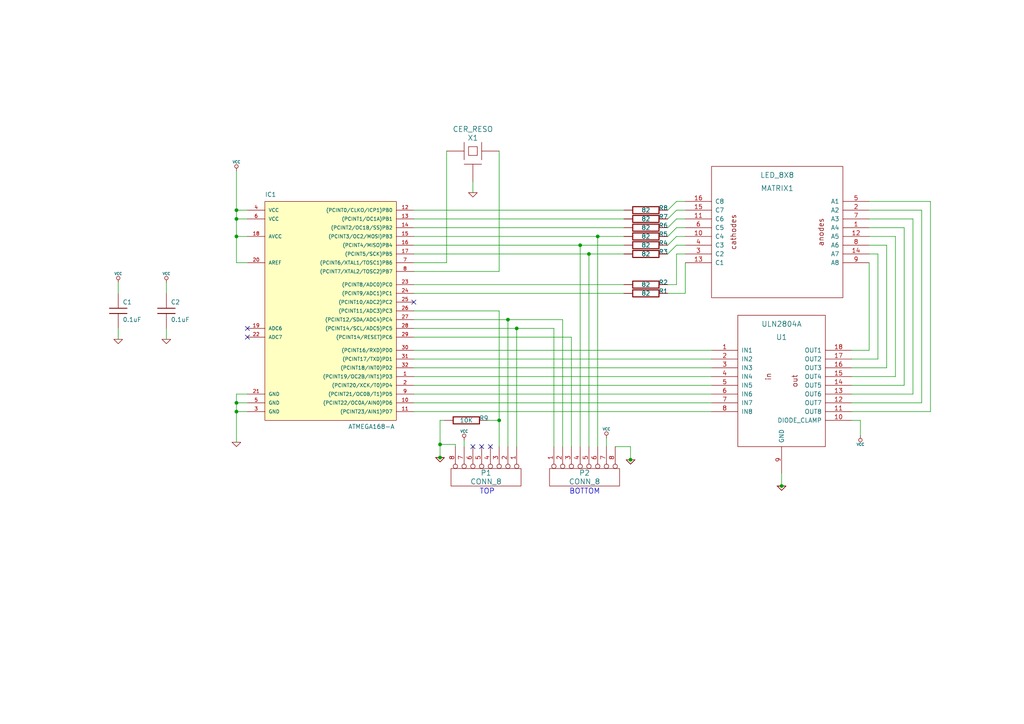
<source format=kicad_sch>
(kicad_sch (version 20211123) (generator eeschema)
  (paper "A4")
  (title_block (date "11 sep 2012"))
  (lib_symbols
    (symbol "panel_8x8_32mm:ATMEGA168-A" (pin_names (offset 1.016))
      (property "Reference" "IC" (at -17.78 31.75 0))
      (property "Value" "ATMEGA168-A" (at 6.35 -35.56 0))
      (symbol "ATMEGA168-A_0_1"
        (rectangle (start -17.78 30.48) (end 20.32 -33.02) (fill (type background)))
      )
      (symbol "ATMEGA168-A_1_1"
        (pin bidirectional line (at 25.4 -20.32 180) (length 5.08) (name "(PCINT19/OC2B/INT1)PD3") (number "1"))
        (pin bidirectional line (at 25.4 -27.94 180) (length 5.08) (name "(PCINT22/OC0A/AIN0)PD6") (number "10"))
        (pin bidirectional line (at 25.4 -30.48 180) (length 5.08) (name "(PCINT23/AIN1)PD7") (number "11"))
        (pin bidirectional line (at 25.4 27.94 180) (length 5.08) (name "(PCINT0/CLKO/ICP1)PB0") (number "12"))
        (pin bidirectional line (at 25.4 25.4 180) (length 5.08) (name "(PCINT1/OC1A)PB1") (number "13"))
        (pin bidirectional line (at 25.4 22.86 180) (length 5.08) (name "(PCINT2/OC1B/SS)PB2") (number "14"))
        (pin bidirectional line (at 25.4 20.32 180) (length 5.08) (name "(PCINT3/OC2/MOSI)PB3") (number "15"))
        (pin bidirectional line (at 25.4 17.78 180) (length 5.08) (name "(PCINT4/MISO)PB4") (number "16"))
        (pin bidirectional line (at 25.4 15.24 180) (length 5.08) (name "(PCINT5/SCK)PB5") (number "17"))
        (pin power_in line (at -22.86 20.32 0) (length 5.08) (name "AVCC") (number "18"))
        (pin input line (at -22.86 -6.35 0) (length 5.08) (name "ADC6") (number "19"))
        (pin bidirectional line (at 25.4 -22.86 180) (length 5.08) (name "(PCINT20/XCK/T0)PD4") (number "2"))
        (pin bidirectional line (at -22.86 12.7 0) (length 5.08) (name "AREF") (number "20"))
        (pin power_in line (at -22.86 -25.4 0) (length 5.08) (name "GND") (number "21"))
        (pin power_in line (at -22.86 -8.89 0) (length 5.08) (name "ADC7") (number "22"))
        (pin bidirectional line (at 25.4 6.35 180) (length 5.08) (name "(PCINT8/ADC0)PC0") (number "23"))
        (pin bidirectional line (at 25.4 3.81 180) (length 5.08) (name "(PCINT9/ADC1)PC1") (number "24"))
        (pin bidirectional line (at 25.4 1.27 180) (length 5.08) (name "(PCINT10/ADC2)PC2") (number "25"))
        (pin bidirectional line (at 25.4 -1.27 180) (length 5.08) (name "(PCINT11/ADC3)PC3") (number "26"))
        (pin bidirectional line (at 25.4 -3.81 180) (length 5.08) (name "(PCINT12/SDA/ADC4)PC4") (number "27"))
        (pin bidirectional line (at 25.4 -6.35 180) (length 5.08) (name "(PCINT14/SCL/ADC5)PC5") (number "28"))
        (pin bidirectional line (at 25.4 -8.89 180) (length 5.08) (name "(PCINT14/RESET)PC6") (number "29"))
        (pin bidirectional line (at -22.86 -30.48 0) (length 5.08) (name "GND") (number "3"))
        (pin bidirectional line (at 25.4 -12.7 180) (length 5.08) (name "(PCINT16/RXD)PD0") (number "30"))
        (pin bidirectional line (at 25.4 -15.24 180) (length 5.08) (name "(PCINT17/TXD)PD1") (number "31"))
        (pin bidirectional line (at 25.4 -17.78 180) (length 5.08) (name "(PCINT18/INT0)PD2") (number "32"))
        (pin bidirectional line (at -22.86 27.94 0) (length 5.08) (name "VCC") (number "4"))
        (pin power_in line (at -22.86 -27.94 0) (length 5.08) (name "GND") (number "5"))
        (pin power_in line (at -22.86 25.4 0) (length 5.08) (name "VCC") (number "6"))
        (pin bidirectional line (at 25.4 12.7 180) (length 5.08) (name "(PCINT6/XTAL1/TOSC1)PB6") (number "7"))
        (pin bidirectional line (at 25.4 10.16 180) (length 5.08) (name "(PCINT7/XTAL2/TOSC2)PB7") (number "8"))
        (pin bidirectional line (at 25.4 -25.4 180) (length 5.08) (name "(PCINT21/OC0B/T1)PD5") (number "9"))
      )
    )
    (symbol "panel_8x8_32mm:C" (pin_numbers hide) (pin_names (offset 0.254))
      (property "Reference" "C" (at 1.27 2.54 0))
      (property "Value" "C" (at 1.27 -2.54 0))
      (symbol "C_0_1"
        (polyline (pts (xy -2.54 -0.762) (xy 2.54 -0.762)) (stroke (width 0.254)))
        (polyline (pts (xy -2.54 0.762) (xy 2.54 0.762)) (stroke (width 0.254)))
      )
      (symbol "C_1_1"
        (pin passive line (at 0 5.08 270) (length 4.318) (name "~") (number "1"))
        (pin passive line (at 0 -5.08 90) (length 4.318) (name "~") (number "2"))
      )
    )
    (symbol "panel_8x8_32mm:CER_RESO" (pin_numbers hide) (pin_names (offset 1.016) hide)
      (property "Reference" "X" (at 0 3.81 0))
      (property "Value" "CER_RESO" (at 0 6.35 0))
      (symbol "CER_RESO_0_1"
        (polyline (pts (xy -2.54 2.54) (xy -2.54 -2.54)))
        (polyline (pts (xy 2.54 2.54) (xy 2.54 -2.54)))
        (polyline (pts (xy -2.54 -3.81) (xy 2.54 -3.81) (xy 2.54 -3.81)))
        (polyline (pts (xy -1.27 1.27) (xy 1.27 1.27) (xy 1.27 -1.27) (xy -1.27 -1.27) (xy -1.27 1.27)))
      )
      (symbol "CER_RESO_1_1"
        (pin passive line (at -7.62 0 0) (length 5.08) (name "1") (number "1"))
        (pin power_in line (at 0 -8.89 90) (length 5.08) (name "GND") (number "2"))
        (pin passive line (at 7.62 0 180) (length 5.08) (name "3") (number "3"))
      )
    )
    (symbol "panel_8x8_32mm:CONN_8" (pin_names (offset 1.016) hide)
      (property "Reference" "P" (at -1.27 0 90))
      (property "Value" "CONN_8" (at 1.27 0 90))
      (symbol "CONN_8_0_1"
        (rectangle (start -2.54 10.16) (end 2.54 -10.16))
      )
      (symbol "CONN_8_1_1"
        (pin passive inverted (at -8.89 8.89 0) (length 6.35) (name "P1") (number "1"))
        (pin passive inverted (at -8.89 6.35 0) (length 6.35) (name "P2") (number "2"))
        (pin passive inverted (at -8.89 3.81 0) (length 6.35) (name "P3") (number "3"))
        (pin passive inverted (at -8.89 1.27 0) (length 6.35) (name "P4") (number "4"))
        (pin passive inverted (at -8.89 -1.27 0) (length 6.35) (name "P5") (number "5"))
        (pin passive inverted (at -8.89 -3.81 0) (length 6.35) (name "P6") (number "6"))
        (pin passive inverted (at -8.89 -6.35 0) (length 6.35) (name "P7") (number "7"))
        (pin passive inverted (at -8.89 -8.89 0) (length 6.35) (name "P8") (number "8"))
      )
    )
    (symbol "panel_8x8_32mm:GND" (power) (pin_names (offset 0))
      (symbol "GND_0_1"
        (polyline (pts (xy -1.27 0) (xy 0 -1.27) (xy 1.27 0) (xy -1.27 0)))
      )
      (symbol "GND_1_1"
        (pin power_in line (at 0 0 90) (length 0) hide (name "GND") (number "1"))
      )
    )
    (symbol "panel_8x8_32mm:LED_8X8" (pin_names (offset 1.016))
      (property "Reference" "MATRIX" (at 0 12.7 0))
      (property "Value" "LED_8X8" (at 0 16.51 0))
      (symbol "LED_8X8_0_0"
        (text "cathodes" (at -12.7 0 900) (effects (font (size 1.524 1.524))))
      )
      (symbol "LED_8X8_0_1"
        (rectangle (start -19.05 -19.05) (end 19.05 19.05))
      )
      (symbol "LED_8X8_1_0"
        (text "anodes" (at 12.7 0 900) (effects (font (size 1.524 1.524))))
      )
      (symbol "LED_8X8_1_1"
        (pin input line (at 26.67 1.27 180) (length 7.62) (name "A4") (number "1"))
        (pin input line (at -26.67 -1.27 0) (length 7.62) (name "C4") (number "10"))
        (pin input line (at -26.67 3.81 0) (length 7.62) (name "C6") (number "11"))
        (pin input line (at 26.67 -1.27 180) (length 7.62) (name "A5") (number "12"))
        (pin input line (at -26.67 -8.89 0) (length 7.62) (name "C1") (number "13"))
        (pin input line (at 26.67 -6.35 180) (length 7.62) (name "A7") (number "14"))
        (pin input line (at -26.67 6.35 0) (length 7.62) (name "C7") (number "15"))
        (pin input line (at -26.67 8.89 0) (length 7.62) (name "C8") (number "16"))
        (pin input line (at 26.67 6.35 180) (length 7.62) (name "A2") (number "2"))
        (pin input line (at -26.67 -6.35 0) (length 7.62) (name "C2") (number "3"))
        (pin input line (at -26.67 -3.81 0) (length 7.62) (name "C3") (number "4"))
        (pin input line (at 26.67 8.89 180) (length 7.62) (name "A1") (number "5"))
        (pin input line (at -26.67 1.27 0) (length 7.62) (name "C5") (number "6"))
        (pin input line (at 26.67 3.81 180) (length 7.62) (name "A3") (number "7"))
        (pin input line (at 26.67 -3.81 180) (length 7.62) (name "A6") (number "8"))
        (pin input line (at 26.67 -8.89 180) (length 7.62) (name "A8") (number "9"))
      )
    )
    (symbol "panel_8x8_32mm:R" (pin_numbers hide) (pin_names (offset 0))
      (property "Reference" "R" (at 2.032 0 90))
      (property "Value" "R" (at 0 0 90))
      (symbol "R_0_1"
        (rectangle (start -1.016 3.81) (end 1.016 -3.81) (stroke (width 0.3048)))
      )
      (symbol "R_1_1"
        (pin passive line (at 0 6.35 270) (length 2.54) (name "~") (number "1"))
        (pin passive line (at 0 -6.35 90) (length 2.54) (name "~") (number "2"))
      )
    )
    (symbol "panel_8x8_32mm:ULN2804A" (pin_names (offset 1.016))
      (property "Reference" "U" (at 0 12.7 0))
      (property "Value" "ULN2804A" (at 0 16.51 0))
      (symbol "ULN2804A_0_0"
        (text "in" (at -3.81 1.27 900) (effects (font (size 1.524 1.524))))
      )
      (symbol "ULN2804A_1_0"
        (rectangle (start 12.7 19.05) (end -12.7 -19.05))
        (text "out" (at 3.81 0 900) (effects (font (size 1.524 1.524))))
      )
      (symbol "ULN2804A_1_1"
        (pin input line (at -20.32 8.89 0) (length 7.62) (name "IN1") (number "1"))
        (pin input line (at 20.32 -11.43 180) (length 7.62) (name "DIODE_CLAMP") (number "10"))
        (pin input line (at 20.32 -8.89 180) (length 7.62) (name "OUT8") (number "11"))
        (pin input line (at 20.32 -6.35 180) (length 7.62) (name "OUT7") (number "12"))
        (pin input line (at 20.32 -3.81 180) (length 7.62) (name "OUT6") (number "13"))
        (pin input line (at 20.32 -1.27 180) (length 7.62) (name "OUT5") (number "14"))
        (pin input line (at 20.32 1.27 180) (length 7.62) (name "OUT4") (number "15"))
        (pin input line (at 20.32 3.81 180) (length 7.62) (name "OUT3") (number "16"))
        (pin input line (at 20.32 6.35 180) (length 7.62) (name "OUT2") (number "17"))
        (pin input line (at 20.32 8.89 180) (length 7.62) (name "OUT1") (number "18"))
        (pin input line (at -20.32 6.35 0) (length 7.62) (name "IN2") (number "2"))
        (pin input line (at -20.32 3.81 0) (length 7.62) (name "IN3") (number "3"))
        (pin input line (at -20.32 1.27 0) (length 7.62) (name "IN4") (number "4"))
        (pin input line (at -20.32 -1.27 0) (length 7.62) (name "IN5") (number "5"))
        (pin input line (at -20.32 -3.81 0) (length 7.62) (name "IN6") (number "6"))
        (pin input line (at -20.32 -6.35 0) (length 7.62) (name "IN7") (number "7"))
        (pin input line (at -20.32 -8.89 0) (length 7.62) (name "IN8") (number "8"))
        (pin input line (at 0 -26.67 90) (length 7.62) (name "GND") (number "9"))
      )
    )
    (symbol "panel_8x8_32mm:VCC" (power) (pin_names (offset 0))
      (property "Value" "VCC" (at 0 2.54 0))
      (symbol "VCC_0_0"
        (pin power_in line (at 0 0 90) (length 0) hide (name "VCC") (number "1"))
      )
      (symbol "VCC_0_1"
        (polyline (pts (xy 0 0) (xy 0 0.762) (xy 0 0.762)))
        (circle (center 0 1.27) (radius 0.508))
      )
    )
  )
  (junction (at 68.58 60.96))
  (junction (at 147.32 92.71))
  (junction (at 127.635 132.715))
  (junction (at 68.58 119.38))
  (junction (at 144.78 121.92))
  (junction (at 226.695 140.97))
  (junction (at 68.58 116.84))
  (junction (at 170.815 73.66))
  (junction (at 68.58 68.58))
  (junction (at 168.275 71.12))
  (junction (at 173.355 68.58))
  (junction (at 182.88 133.35))
  (junction (at 68.58 63.5))
  (junction (at 127.635 128.905))
  (junction (at 149.86 95.25))
  (no_connect (at 142.24 129.54))
  (no_connect (at 120.015 87.63))
  (no_connect (at 139.7 129.54))
  (no_connect (at 71.755 97.79))
  (no_connect (at 71.755 95.25))
  (no_connect (at 137.16 129.54))
  (wire (pts (xy 120.015 111.76) (xy 206.375 111.76)))
  (wire (pts (xy 249.555 121.92) (xy 249.555 126.365)))
  (wire (pts (xy 165.735 97.79) (xy 165.735 129.54)))
  (wire (pts (xy 196.215 63.5) (xy 193.675 66.04)))
  (wire (pts (xy 120.015 90.17) (xy 144.78 90.17)))
  (wire (pts (xy 180.975 85.09) (xy 120.015 85.09)))
  (wire (pts (xy 173.355 129.54) (xy 173.355 68.58)))
  (wire (pts (xy 193.675 68.58) (xy 196.215 66.04)))
  (wire (pts (xy 196.215 60.96) (xy 198.755 60.96)))
  (wire (pts (xy 198.755 73.66) (xy 196.215 73.66)))
  (wire (pts (xy 206.375 116.84) (xy 120.015 116.84)))
  (wire (pts (xy 163.195 129.54) (xy 163.195 92.71)))
  (wire (pts (xy 120.015 78.74) (xy 144.78 78.74)))
  (wire (pts (xy 68.58 63.5) (xy 68.58 68.58)))
  (wire (pts (xy 68.58 114.3) (xy 68.58 116.84)))
  (wire (pts (xy 259.715 68.58) (xy 259.715 109.22)))
  (wire (pts (xy 264.795 63.5) (xy 264.795 114.3)))
  (wire (pts (xy 129.54 43.815) (xy 129.54 76.2)))
  (wire (pts (xy 262.255 111.76) (xy 247.015 111.76)))
  (wire (pts (xy 149.86 129.54) (xy 149.86 95.25)))
  (wire (pts (xy 120.015 66.04) (xy 180.975 66.04)))
  (wire (pts (xy 170.815 129.54) (xy 170.815 73.66)))
  (wire (pts (xy 196.215 66.04) (xy 198.755 66.04)))
  (wire (pts (xy 68.58 116.84) (xy 68.58 119.38)))
  (wire (pts (xy 198.755 68.58) (xy 196.215 68.58)))
  (wire (pts (xy 132.08 128.905) (xy 132.08 129.54)))
  (wire (pts (xy 48.26 81.915) (xy 48.26 85.09)))
  (wire (pts (xy 180.975 63.5) (xy 120.015 63.5)))
  (wire (pts (xy 120.015 68.58) (xy 173.355 68.58)))
  (wire (pts (xy 262.255 66.04) (xy 262.255 111.76)))
  (wire (pts (xy 120.015 73.66) (xy 170.815 73.66)))
  (wire (pts (xy 257.175 71.12) (xy 257.175 106.68)))
  (wire (pts (xy 34.29 95.25) (xy 34.29 98.425)))
  (wire (pts (xy 141.605 121.92) (xy 144.78 121.92)))
  (wire (pts (xy 129.54 76.2) (xy 120.015 76.2)))
  (wire (pts (xy 196.215 82.55) (xy 196.215 73.66)))
  (wire (pts (xy 68.58 49.53) (xy 68.58 60.96)))
  (wire (pts (xy 120.015 104.14) (xy 206.375 104.14)))
  (wire (pts (xy 262.255 66.04) (xy 252.095 66.04)))
  (wire (pts (xy 252.095 68.58) (xy 259.715 68.58)))
  (wire (pts (xy 196.215 58.42) (xy 193.675 60.96)))
  (wire (pts (xy 127.635 132.715) (xy 127.635 128.905)))
  (wire (pts (xy 168.275 129.54) (xy 168.275 71.12)))
  (wire (pts (xy 120.015 119.38) (xy 206.375 119.38)))
  (wire (pts (xy 226.695 140.97) (xy 226.695 137.16)))
  (wire (pts (xy 193.675 82.55) (xy 196.215 82.55)))
  (wire (pts (xy 252.095 63.5) (xy 264.795 63.5)))
  (wire (pts (xy 247.015 109.22) (xy 259.715 109.22)))
  (wire (pts (xy 247.015 114.3) (xy 264.795 114.3)))
  (wire (pts (xy 48.26 95.25) (xy 48.26 98.425)))
  (wire (pts (xy 252.095 58.42) (xy 269.875 58.42)))
  (wire (pts (xy 120.015 109.22) (xy 206.375 109.22)))
  (wire (pts (xy 175.895 129.54) (xy 175.895 127)))
  (wire (pts (xy 178.435 129.54) (xy 182.88 129.54)))
  (wire (pts (xy 198.755 58.42) (xy 196.215 58.42)))
  (wire (pts (xy 144.78 78.74) (xy 144.78 43.815)))
  (wire (pts (xy 160.655 95.25) (xy 160.655 129.54)))
  (wire (pts (xy 71.755 116.84) (xy 68.58 116.84)))
  (wire (pts (xy 267.335 60.96) (xy 252.095 60.96)))
  (wire (pts (xy 269.875 58.42) (xy 269.875 119.38)))
  (wire (pts (xy 267.335 116.84) (xy 247.015 116.84)))
  (wire (pts (xy 170.815 73.66) (xy 180.975 73.66)))
  (wire (pts (xy 163.195 92.71) (xy 147.32 92.71)))
  (wire (pts (xy 196.215 71.12) (xy 193.675 73.66)))
  (wire (pts (xy 144.78 121.92) (xy 144.78 129.54)))
  (wire (pts (xy 198.755 71.12) (xy 196.215 71.12)))
  (wire (pts (xy 120.015 101.6) (xy 206.375 101.6)))
  (wire (pts (xy 252.095 73.66) (xy 254.635 73.66)))
  (wire (pts (xy 120.015 97.79) (xy 165.735 97.79)))
  (wire (pts (xy 257.175 106.68) (xy 247.015 106.68)))
  (wire (pts (xy 196.215 68.58) (xy 193.675 71.12)))
  (wire (pts (xy 252.095 101.6) (xy 247.015 101.6)))
  (wire (pts (xy 254.635 73.66) (xy 254.635 104.14)))
  (wire (pts (xy 71.755 63.5) (xy 68.58 63.5)))
  (wire (pts (xy 247.015 104.14) (xy 254.635 104.14)))
  (wire (pts (xy 71.755 68.58) (xy 68.58 68.58)))
  (wire (pts (xy 134.62 127.635) (xy 134.62 129.54)))
  (wire (pts (xy 137.16 52.705) (xy 137.16 55.88)))
  (wire (pts (xy 120.015 95.25) (xy 149.86 95.25)))
  (wire (pts (xy 198.755 63.5) (xy 196.215 63.5)))
  (wire (pts (xy 68.58 60.96) (xy 68.58 63.5)))
  (wire (pts (xy 120.015 114.3) (xy 206.375 114.3)))
  (wire (pts (xy 34.29 81.915) (xy 34.29 85.09)))
  (wire (pts (xy 144.78 90.17) (xy 144.78 121.92)))
  (wire (pts (xy 198.755 85.09) (xy 193.675 85.09)))
  (wire (pts (xy 180.975 71.12) (xy 168.275 71.12)))
  (wire (pts (xy 149.86 95.25) (xy 160.655 95.25)))
  (wire (pts (xy 68.58 119.38) (xy 68.58 128.27)))
  (wire (pts (xy 120.015 106.68) (xy 206.375 106.68)))
  (wire (pts (xy 127.635 128.905) (xy 132.08 128.905)))
  (wire (pts (xy 247.015 119.38) (xy 269.875 119.38)))
  (wire (pts (xy 247.015 121.92) (xy 249.555 121.92)))
  (wire (pts (xy 68.58 68.58) (xy 68.58 76.2)))
  (wire (pts (xy 68.58 60.96) (xy 71.755 60.96)))
  (wire (pts (xy 71.755 119.38) (xy 68.58 119.38)))
  (wire (pts (xy 182.88 129.54) (xy 182.88 133.35)))
  (wire (pts (xy 257.175 71.12) (xy 252.095 71.12)))
  (wire (pts (xy 127.635 121.92) (xy 128.905 121.92)))
  (wire (pts (xy 193.675 63.5) (xy 196.215 60.96)))
  (wire (pts (xy 71.755 114.3) (xy 68.58 114.3)))
  (wire (pts (xy 252.095 76.2) (xy 252.095 101.6)))
  (wire (pts (xy 198.755 76.2) (xy 198.755 85.09)))
  (wire (pts (xy 173.355 68.58) (xy 180.975 68.58)))
  (wire (pts (xy 168.275 71.12) (xy 120.015 71.12)))
  (wire (pts (xy 120.015 60.96) (xy 180.975 60.96)))
  (wire (pts (xy 147.32 92.71) (xy 120.015 92.71)))
  (wire (pts (xy 267.335 60.96) (xy 267.335 116.84)))
  (wire (pts (xy 147.32 129.54) (xy 147.32 92.71)))
  (wire (pts (xy 68.58 76.2) (xy 71.755 76.2)))
  (wire (pts (xy 127.635 128.905) (xy 127.635 121.92)))
  (wire (pts (xy 120.015 82.55) (xy 180.975 82.55)))
  (text "TOP" (at 139.065 143.51 0) (effects (font (size 1.524 1.524)) (justify left bottom)))
  (text "BOTTOM" (at 165.1 143.51 0) (effects (font (size 1.524 1.524)) (justify left bottom)))
  (symbol (lib_id "panel_8x8_32mm:ATMEGA168-A") (at 94.615 88.9 0) (unit 1)
    (property "Reference" "IC1" (at 76.835 57.15 0) (effects (justify left bottom)))
    (property "Value" "ATMEGA168-A" (at 100.965 124.46 0) (effects (justify left bottom)))
    (property "Footprint" "TQFP32" (effects hide))
  )
  (symbol (lib_id "panel_8x8_32mm:VCC") (at 68.58 49.53 0) (unit 1)
    (property "Reference" "#PWR016" (effects hide))
    (property "Value" "VCC" (at 68.58 46.99 0) (effects (font (size 0.762 0.762))))
  )
  (symbol (lib_id "panel_8x8_32mm:GND") (at 68.58 128.27 0) (unit 1)
    (property "Reference" "#PWR015" (effects hide))
    (property "Value" "GND" (effects hide))
  )
  (symbol (lib_id "panel_8x8_32mm:LED_8X8") (at 225.425 67.31 0) (unit 1)
    (property "Reference" "MATRIX1" (at 225.425 54.61 0) (effects (font (size 1.524 1.524))))
    (property "Value" "LED_8X8" (at 225.425 50.8 0) (effects (font (size 1.524 1.524))))
  )
  (symbol (lib_id "panel_8x8_32mm:R") (at 187.325 60.96 270) (unit 1)
    (property "Reference" "R8" (at 192.405 60.325 90))
    (property "Value" "82" (at 187.325 60.96 90))
  )
  (symbol (lib_id "panel_8x8_32mm:R") (at 187.325 63.5 270) (unit 1)
    (property "Reference" "R7" (at 192.405 62.865 90))
    (property "Value" "82" (at 187.325 63.5 90))
  )
  (symbol (lib_id "panel_8x8_32mm:R") (at 187.325 68.58 270) (unit 1)
    (property "Reference" "R5" (at 192.405 67.945 90))
    (property "Value" "82" (at 187.325 68.58 90))
  )
  (symbol (lib_id "panel_8x8_32mm:R") (at 187.325 66.04 270) (unit 1)
    (property "Reference" "R6" (at 192.405 65.405 90))
    (property "Value" "82" (at 187.325 66.04 90))
  )
  (symbol (lib_id "panel_8x8_32mm:R") (at 187.325 71.12 270) (unit 1)
    (property "Reference" "R4" (at 192.405 70.485 90))
    (property "Value" "82" (at 187.325 71.12 90))
  )
  (symbol (lib_id "panel_8x8_32mm:R") (at 187.325 73.66 270) (unit 1)
    (property "Reference" "R3" (at 192.405 73.025 90))
    (property "Value" "82" (at 187.325 73.66 90))
  )
  (symbol (lib_id "panel_8x8_32mm:ULN2804A") (at 226.695 110.49 0) (unit 1)
    (property "Reference" "U1" (at 226.695 97.79 0) (effects (font (size 1.524 1.524))))
    (property "Value" "ULN2804A" (at 226.695 93.98 0) (effects (font (size 1.524 1.524))))
  )
  (symbol (lib_id "panel_8x8_32mm:VCC") (at 249.555 126.365 180) (unit 1)
    (property "Reference" "#PWR014" (effects hide))
    (property "Value" "VCC" (at 249.555 128.905 0) (effects (font (size 0.762 0.762))))
  )
  (symbol (lib_id "panel_8x8_32mm:GND") (at 226.695 140.97 0) (unit 1)
    (property "Reference" "#PWR013" (effects hide))
    (property "Value" "GND" (effects hide))
  )
  (symbol (lib_id "panel_8x8_32mm:R") (at 187.325 85.09 270) (unit 1)
    (property "Reference" "R1" (at 192.405 84.455 90))
    (property "Value" "82" (at 187.325 85.09 90))
  )
  (symbol (lib_id "panel_8x8_32mm:R") (at 187.325 82.55 270) (unit 1)
    (property "Reference" "R2" (at 192.405 81.915 90))
    (property "Value" "82" (at 187.325 82.55 90))
  )
  (symbol (lib_id "panel_8x8_32mm:CONN_8") (at 140.97 138.43 270) (unit 1)
    (property "Reference" "P1" (at 140.97 137.16 90) (effects (font (size 1.524 1.524))))
    (property "Value" "CONN_8" (at 140.97 139.7 90) (effects (font (size 1.524 1.524))))
  )
  (symbol (lib_id "panel_8x8_32mm:VCC") (at 134.62 127.635 0) (unit 1)
    (property "Reference" "#PWR012" (effects hide))
    (property "Value" "VCC" (at 134.62 125.095 0) (effects (font (size 0.762 0.762))))
  )
  (symbol (lib_id "panel_8x8_32mm:GND") (at 226.695 140.97 0) (unit 1)
    (property "Reference" "#PWR011" (effects hide))
    (property "Value" "GND" (effects hide))
  )
  (symbol (lib_id "panel_8x8_32mm:GND") (at 127.635 132.715 0) (unit 1)
    (property "Reference" "#PWR010" (effects hide))
    (property "Value" "GND" (effects hide))
  )
  (symbol (lib_id "panel_8x8_32mm:GND") (at 127.635 132.715 0) (unit 1)
    (property "Reference" "#PWR09" (effects hide))
    (property "Value" "GND" (effects hide))
  )
  (symbol (lib_id "panel_8x8_32mm:GND") (at 182.88 133.35 0) (mirror y) (unit 1)
    (property "Reference" "#PWR08" (effects hide))
    (property "Value" "GND" (effects hide))
  )
  (symbol (lib_id "panel_8x8_32mm:GND") (at 182.88 133.35 0) (mirror y) (unit 1)
    (property "Reference" "#PWR07" (effects hide))
    (property "Value" "GND" (effects hide))
  )
  (symbol (lib_id "panel_8x8_32mm:VCC") (at 175.895 127 0) (mirror y) (unit 1)
    (property "Reference" "#PWR06" (effects hide))
    (property "Value" "VCC" (at 175.895 124.46 0) (effects (font (size 0.762 0.762))))
  )
  (symbol (lib_id "panel_8x8_32mm:CONN_8") (at 169.545 138.43 90) (mirror x) (unit 1)
    (property "Reference" "P2" (at 169.545 137.16 90) (effects (font (size 1.524 1.524))))
    (property "Value" "CONN_8" (at 169.545 139.7 90) (effects (font (size 1.524 1.524))))
  )
  (symbol (lib_id "panel_8x8_32mm:R") (at 135.255 121.92 270) (unit 1)
    (property "Reference" "R9" (at 140.335 121.285 90))
    (property "Value" "10K" (at 135.255 121.92 90))
  )
  (symbol (lib_id "panel_8x8_32mm:VCC") (at 34.29 81.915 0) (unit 1)
    (property "Reference" "#PWR05" (effects hide))
    (property "Value" "VCC" (at 34.29 79.375 0) (effects (font (size 0.762 0.762))))
  )
  (symbol (lib_id "panel_8x8_32mm:GND") (at 34.29 98.425 0) (unit 1)
    (property "Reference" "#PWR04" (effects hide))
    (property "Value" "GND" (effects hide))
  )
  (symbol (lib_id "panel_8x8_32mm:C") (at 34.29 90.17 0) (unit 1)
    (property "Reference" "C1" (at 35.56 87.63 0) (effects (justify left)))
    (property "Value" "0.1uF" (at 35.56 92.71 0) (effects (justify left)))
  )
  (symbol (lib_id "panel_8x8_32mm:CER_RESO") (at 137.16 43.815 0) (unit 1)
    (property "Reference" "X1" (at 137.16 40.005 0) (effects (font (size 1.524 1.524))))
    (property "Value" "CER_RESO" (at 137.16 37.465 0) (effects (font (size 1.524 1.524))))
  )
  (symbol (lib_id "panel_8x8_32mm:GND") (at 137.16 55.88 0) (unit 1)
    (property "Reference" "#PWR03" (effects hide))
    (property "Value" "GND" (effects hide))
  )
  (symbol (lib_id "panel_8x8_32mm:C") (at 48.26 90.17 0) (unit 1)
    (property "Reference" "C2" (at 49.53 87.63 0) (effects (justify left)))
    (property "Value" "0.1uF" (at 49.53 92.71 0) (effects (justify left)))
  )
  (symbol (lib_id "panel_8x8_32mm:GND") (at 48.26 98.425 0) (unit 1)
    (property "Reference" "#PWR02" (effects hide))
    (property "Value" "GND" (effects hide))
  )
  (symbol (lib_id "panel_8x8_32mm:VCC") (at 48.26 81.915 0) (unit 1)
    (property "Reference" "#PWR01" (effects hide))
    (property "Value" "VCC" (at 48.26 79.375 0) (effects (font (size 0.762 0.762))))
  )
)
</source>
